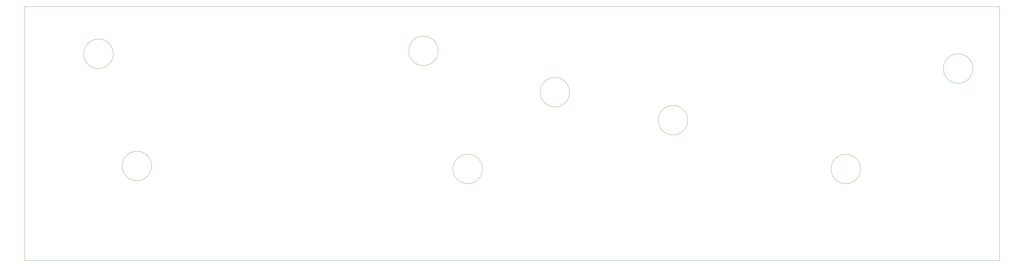
<source format=gm1>
G04 #@! TF.GenerationSoftware,KiCad,Pcbnew,(6.0.10)*
G04 #@! TF.CreationDate,2024-12-22T14:36:51+01:00*
G04 #@! TF.ProjectId,3_12_2024_MainBoardMCUwInstruments,335f3132-5f32-4303-9234-5f4d61696e42,rev?*
G04 #@! TF.SameCoordinates,Original*
G04 #@! TF.FileFunction,Profile,NP*
%FSLAX46Y46*%
G04 Gerber Fmt 4.6, Leading zero omitted, Abs format (unit mm)*
G04 Created by KiCad (PCBNEW (6.0.10)) date 2024-12-22 14:36:51*
%MOMM*%
%LPD*%
G01*
G04 APERTURE LIST*
G04 #@! TA.AperFunction,Profile*
%ADD10C,0.100000*%
G04 #@! TD*
G04 #@! TA.AperFunction,Profile*
%ADD11C,0.120000*%
G04 #@! TD*
G04 APERTURE END LIST*
D10*
X186500000Y-142500000D02*
G75*
G03*
X186500000Y-142500000I-5000000J0D01*
G01*
X376500000Y-213500000D02*
X46500000Y-213500000D01*
X329500000Y-182500000D02*
G75*
G03*
X329500000Y-182500000I-5000000J0D01*
G01*
X271000000Y-166000000D02*
G75*
G03*
X271000000Y-166000000I-5000000J0D01*
G01*
X231000000Y-156500000D02*
G75*
G03*
X231000000Y-156500000I-5000000J0D01*
G01*
X89500000Y-181500000D02*
G75*
G03*
X89500000Y-181500000I-5000000J0D01*
G01*
X201500000Y-182500000D02*
G75*
G03*
X201500000Y-182500000I-5000000J0D01*
G01*
X46490000Y-176275000D02*
X46500000Y-213500000D01*
X367500000Y-148500000D02*
G75*
G03*
X367500000Y-148500000I-5000000J0D01*
G01*
X76500000Y-143500000D02*
G75*
G03*
X76500000Y-143500000I-5000000J0D01*
G01*
X46500000Y-127500000D02*
X46490000Y-158275000D01*
X46500000Y-127500000D02*
X376500000Y-127500000D01*
X376500000Y-213500000D02*
X376500000Y-127500000D01*
D11*
X46490000Y-158275000D02*
X46490000Y-176275000D01*
M02*

</source>
